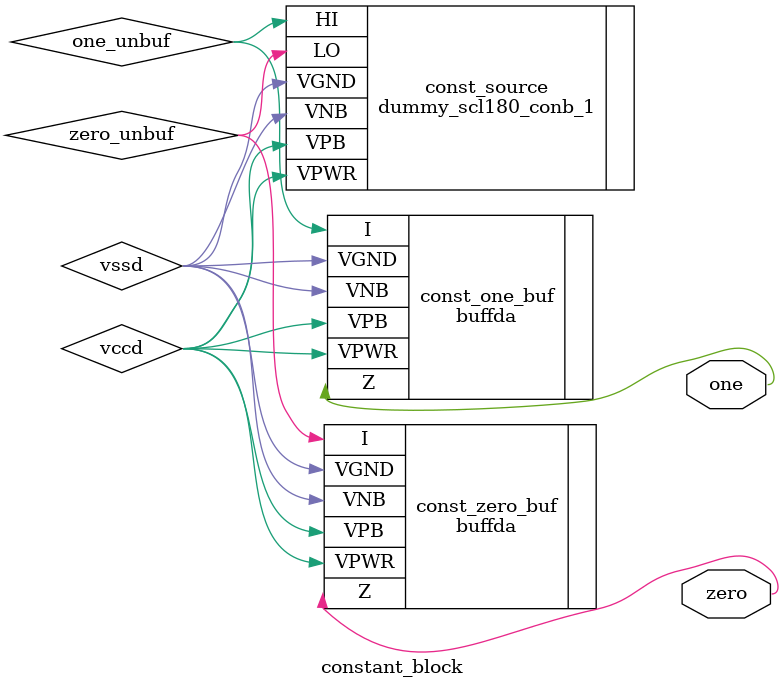
<source format=v>

`default_nettype wire
/* 
 *---------------------------------------------------------------------
 * A simple module that generates buffered high and low outputs
 * in the 1.8V domain.
 *---------------------------------------------------------------------
 */

module constant_block (
    `ifdef USE_POWER_PINS
         inout vccd,
         inout vssd,
    `endif

    output	 one,
    output	 zero
);

    wire	one_unbuf;
    wire	zero_unbuf;

    dummy_scl180_conb_1 const_source (
`ifndef USE_POWER_PINS
            .VPWR(vccd),
            .VGND(vssd),
            .VPB(vccd),
            .VNB(vssd),
`endif
            .HI(one_unbuf),
            .LO(zero_unbuf)
    );

    /* Buffer the constant outputs (could be synthesized) */
    /* NOTE:  Constant cell HI, LO outputs are connected to power	*/
    /* rails through an approximately 120 ohm resistor, which is not	*/
    /* enough to drive inputs in the I/O cells while ensuring ESD	*/
    /* requirements, without buffering.					*/

    buffda const_one_buf (
`ifndef USE_POWER_PINS
            .VPWR(vccd),
            .VGND(vssd),
            .VPB(vccd),
            .VNB(vssd),
`endif
            .I(one_unbuf),
            .Z(one)
    );

    buffda const_zero_buf (
`ifndef USE_POWER_PINS
            .VPWR(vccd),
            .VGND(vssd),
            .VPB(vccd),
            .VNB(vssd),
`endif
            .I(zero_unbuf),
            .Z(zero)
    );

endmodule
`default_nettype wire

</source>
